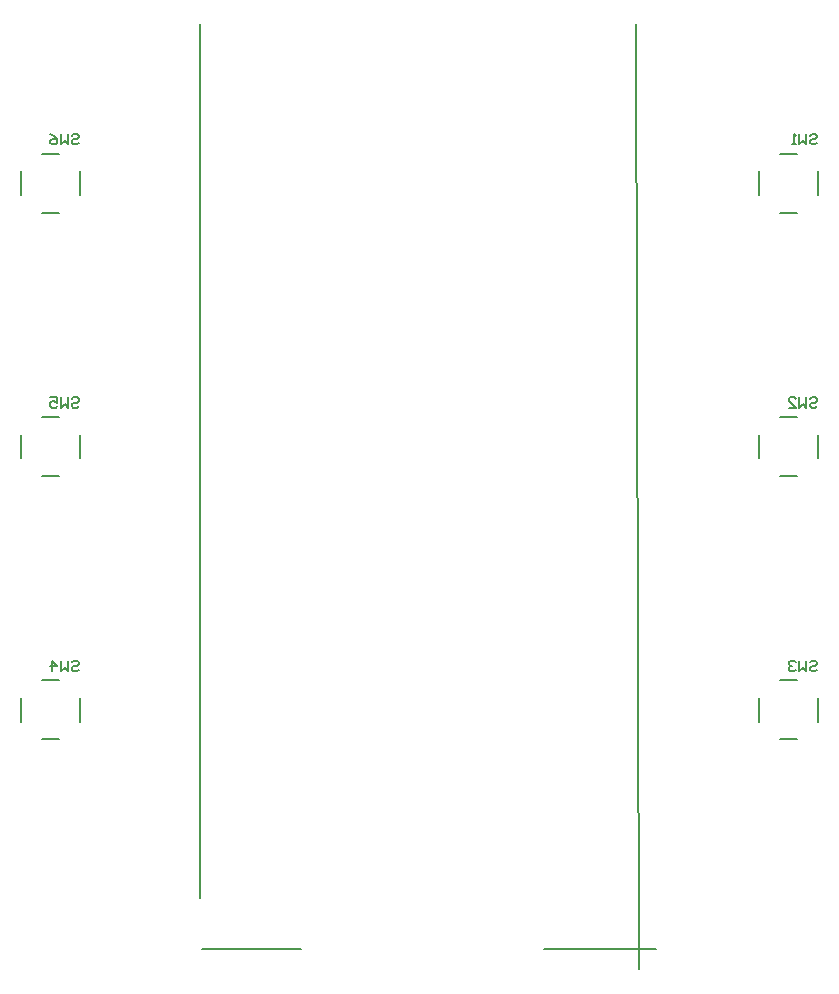
<source format=gbo>
G04*
G04 #@! TF.GenerationSoftware,Altium Limited,Altium Designer,22.2.1 (43)*
G04*
G04 Layer_Color=32896*
%FSLAX44Y44*%
%MOMM*%
G71*
G04*
G04 #@! TF.SameCoordinates,80BD8E33-26D1-4956-B551-9CA847AF0911*
G04*
G04*
G04 #@! TF.FilePolarity,Positive*
G04*
G01*
G75*
%ADD11C,0.2000*%
%ADD14C,0.1500*%
%ADD149C,0.1800*%
D11*
X105000Y-383000D02*
X200000D01*
X-185500Y-340000D02*
Y400000D01*
X-184000Y-383000D02*
X-100000D01*
X183500Y400000D02*
X185500Y-400000D01*
D14*
X-320000Y240500D02*
X-305000D01*
X-320000Y290500D02*
X-305000D01*
X-287500Y255500D02*
Y275500D01*
X-337500Y255500D02*
Y275500D01*
X-320000Y17500D02*
X-305000D01*
X-320000Y67500D02*
X-305000D01*
X-287500Y32500D02*
Y52500D01*
X-337500Y32500D02*
Y52500D01*
X-320000Y-205500D02*
X-305000D01*
X-320000Y-155500D02*
X-305000D01*
X-287500Y-190500D02*
Y-170500D01*
X-337500Y-190500D02*
Y-170500D01*
X305000Y-155500D02*
X320000D01*
X305000Y-205500D02*
X320000D01*
X287500Y-190500D02*
Y-170500D01*
X337500Y-190500D02*
Y-170500D01*
X305000Y67500D02*
X320000D01*
X305000Y17500D02*
X320000D01*
X287500Y32500D02*
Y52500D01*
X337500Y32500D02*
Y52500D01*
X305000Y290500D02*
X320000D01*
X305000Y240500D02*
X320000D01*
X287500Y255500D02*
Y275500D01*
X337500Y255500D02*
Y275500D01*
D149*
X-294544Y305692D02*
X-293044Y307191D01*
X-290046D01*
X-288546Y305692D01*
Y304192D01*
X-290046Y302693D01*
X-293044D01*
X-294544Y301193D01*
Y299694D01*
X-293044Y298194D01*
X-290046D01*
X-288546Y299694D01*
X-297543Y307191D02*
Y298194D01*
X-300542Y301193D01*
X-303541Y298194D01*
Y307191D01*
X-312538D02*
X-309539Y305692D01*
X-306540Y302693D01*
Y299694D01*
X-308040Y298194D01*
X-311039D01*
X-312538Y299694D01*
Y301193D01*
X-311039Y302693D01*
X-306540D01*
X-294544Y82680D02*
X-293044Y84179D01*
X-290046D01*
X-288546Y82680D01*
Y81180D01*
X-290046Y79681D01*
X-293044D01*
X-294544Y78181D01*
Y76681D01*
X-293044Y75182D01*
X-290046D01*
X-288546Y76681D01*
X-297543Y84179D02*
Y75182D01*
X-300542Y78181D01*
X-303541Y75182D01*
Y84179D01*
X-312538D02*
X-306540D01*
Y79681D01*
X-309539Y81180D01*
X-311039D01*
X-312538Y79681D01*
Y76681D01*
X-311039Y75182D01*
X-308040D01*
X-306540Y76681D01*
X-294544Y-140332D02*
X-293044Y-138833D01*
X-290046D01*
X-288546Y-140332D01*
Y-141832D01*
X-290046Y-143331D01*
X-293044D01*
X-294544Y-144831D01*
Y-146330D01*
X-293044Y-147830D01*
X-290046D01*
X-288546Y-146330D01*
X-297543Y-138833D02*
Y-147830D01*
X-300542Y-144831D01*
X-303541Y-147830D01*
Y-138833D01*
X-311039Y-147830D02*
Y-138833D01*
X-306540Y-143331D01*
X-312538D01*
X330550Y-140332D02*
X332049Y-138833D01*
X335048D01*
X336548Y-140332D01*
Y-141832D01*
X335048Y-143331D01*
X332049D01*
X330550Y-144831D01*
Y-146330D01*
X332049Y-147830D01*
X335048D01*
X336548Y-146330D01*
X327551Y-138833D02*
Y-147830D01*
X324552Y-144831D01*
X321553Y-147830D01*
Y-138833D01*
X318554Y-140332D02*
X317054Y-138833D01*
X314055D01*
X312556Y-140332D01*
Y-141832D01*
X314055Y-143331D01*
X315555D01*
X314055D01*
X312556Y-144831D01*
Y-146330D01*
X314055Y-147830D01*
X317054D01*
X318554Y-146330D01*
X330550Y82680D02*
X332049Y84179D01*
X335048D01*
X336548Y82680D01*
Y81180D01*
X335048Y79681D01*
X332049D01*
X330550Y78181D01*
Y76681D01*
X332049Y75182D01*
X335048D01*
X336548Y76681D01*
X327551Y84179D02*
Y75182D01*
X324552Y78181D01*
X321553Y75182D01*
Y84179D01*
X312556Y75182D02*
X318554D01*
X312556Y81180D01*
Y82680D01*
X314055Y84179D01*
X317054D01*
X318554Y82680D01*
X330550Y305692D02*
X332049Y307191D01*
X335048D01*
X336548Y305692D01*
Y304192D01*
X335048Y302693D01*
X332049D01*
X330550Y301193D01*
Y299694D01*
X332049Y298194D01*
X335048D01*
X336548Y299694D01*
X327551Y307191D02*
Y298194D01*
X324552Y301193D01*
X321553Y298194D01*
Y307191D01*
X318554Y298194D02*
X315555D01*
X317054D01*
Y307191D01*
X318554Y305692D01*
M02*

</source>
